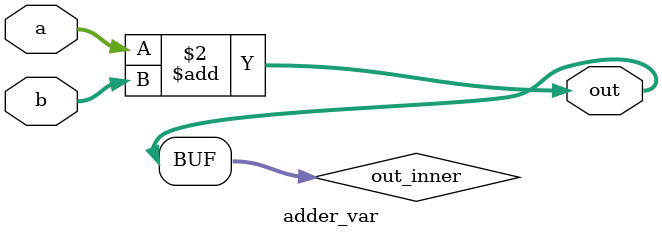
<source format=v>


module adder_tree#(parameter NUM = 300, LEN = 16, LEVEL = $clog2(NUM) ) (
    input  clk,
    input  [NUM*LEN-1:0] in,
    output [LEN-1:0] sum
    );
    
    // 将输入长向量还原为矩阵形式。高位是右侧的C&S
    wire  [LEN-1:0] in_inner[NUM-1:0]; 
    reg   [LEN-1:0] sum_inner;
    
    genvar i;
    for ( i = 0; i < NUM ; i = i + 1)
    begin
        assign in_inner[i]=in[(i+1)*LEN-1:i*LEN];
    end
    
    
    // 计算各个级别的比较器数目，将各个级别的首地址记录在一个单独的变量之中
    // START_LEVELx             记录了LEVELx输入线的起始index。 
    // NUM_INPUT_LEVELx         记录LEVELx的输入线数目。
    // IS_ODD_NUM_INPUT_LEVELx  记录了LEVELx的输入线总数是否为奇数？
    // DIV2_NUM_LEVELx          为LEVELx输入线数目直接右移1位。（中间变量）
    // NUM_ADDER_LEVELx         记录了LEVELx的ADDER个数,同时也是LEVEL(x+1)的输入线数目。
         
    localparam   START_LEVEL0             =  0;
    localparam   NUM_INPUT_LEVEL0         =  NUM;
    localparam   IS_ODD_NUM_INPUT_LEVEL0  =  NUM_INPUT_LEVEL0[0]==1?1:0;
    localparam   DIV2_NUM_INPUT_LEVEL0    =  NUM_INPUT_LEVEL0>>1;
    localparam   NUM_ADDER_LEVEL0         =  (NUM_INPUT_LEVEL0==1)?0:DIV2_NUM_INPUT_LEVEL0 + IS_ODD_NUM_INPUT_LEVEL0;
    
    localparam   START_LEVEL1             =  START_LEVEL0 + NUM_INPUT_LEVEL0*LEN;
    localparam   NUM_INPUT_LEVEL1         =  NUM_ADDER_LEVEL0;
    localparam   IS_ODD_NUM_INPUT_LEVEL1  =  NUM_INPUT_LEVEL1[0]==1?1:0;
    localparam   DIV2_NUM_INPUT_LEVEL1    =  NUM_INPUT_LEVEL1>>1;
    localparam   NUM_ADDER_LEVEL1         =  (NUM_INPUT_LEVEL1==1)?0:DIV2_NUM_INPUT_LEVEL1 + IS_ODD_NUM_INPUT_LEVEL1;
    
    localparam   START_LEVEL2             =  START_LEVEL1 + NUM_INPUT_LEVEL1*(LEN+1);
    localparam   NUM_INPUT_LEVEL2         =  NUM_ADDER_LEVEL1;
    localparam   IS_ODD_NUM_INPUT_LEVEL2  =  NUM_INPUT_LEVEL2[0]==1?1:0;
    localparam   DIV2_NUM_INPUT_LEVEL2    =  NUM_INPUT_LEVEL2>>1;
    localparam   NUM_ADDER_LEVEL2         =  (NUM_INPUT_LEVEL2==1)?0:DIV2_NUM_INPUT_LEVEL2 + IS_ODD_NUM_INPUT_LEVEL2;
    
    localparam   START_LEVEL3             =  START_LEVEL2 + NUM_INPUT_LEVEL2;
    localparam   NUM_INPUT_LEVEL3         =  NUM_ADDER_LEVEL2;
    localparam   IS_ODD_NUM_INPUT_LEVEL3  =  NUM_INPUT_LEVEL3[0]==1?1:0;
    localparam   DIV2_NUM_INPUT_LEVEL3    =  NUM_INPUT_LEVEL3>>1;
    localparam   NUM_ADDER_LEVEL3         =  (NUM_INPUT_LEVEL3==1)?0:DIV2_NUM_INPUT_LEVEL3 + IS_ODD_NUM_INPUT_LEVEL3;
    
    localparam   START_LEVEL4             =  START_LEVEL3 + NUM_INPUT_LEVEL3;
    localparam   NUM_INPUT_LEVEL4         =  NUM_ADDER_LEVEL3;
    localparam   IS_ODD_NUM_INPUT_LEVEL4  =  NUM_INPUT_LEVEL4[0]==1?1:0;
    localparam   DIV2_NUM_INPUT_LEVEL4    =  NUM_INPUT_LEVEL4>>1;
    localparam   NUM_ADDER_LEVEL4         =  (NUM_INPUT_LEVEL4==1)?0:DIV2_NUM_INPUT_LEVEL4 + IS_ODD_NUM_INPUT_LEVEL4;
    
    localparam   START_LEVEL5             =  START_LEVEL4 + NUM_INPUT_LEVEL4;
    localparam   NUM_INPUT_LEVEL5         =  NUM_ADDER_LEVEL4;
    localparam   IS_ODD_NUM_INPUT_LEVEL5  =  NUM_INPUT_LEVEL5[0]==1?1:0;
    localparam   DIV2_NUM_INPUT_LEVEL5    =  NUM_INPUT_LEVEL5>>1;
    localparam   NUM_ADDER_LEVEL5         =  (NUM_INPUT_LEVEL5==1)?0:DIV2_NUM_INPUT_LEVEL5 + IS_ODD_NUM_INPUT_LEVEL5;
    
    localparam   START_LEVEL6             =  START_LEVEL5 + NUM_INPUT_LEVEL5;
    localparam   NUM_INPUT_LEVEL6         =  NUM_ADDER_LEVEL5;
    localparam   IS_ODD_NUM_INPUT_LEVEL6  =  NUM_INPUT_LEVEL6[0]==1?1:0;
    localparam   DIV2_NUM_INPUT_LEVEL6    =  NUM_INPUT_LEVEL6>>1;
    localparam   NUM_ADDER_LEVEL6         =  (NUM_INPUT_LEVEL6==1)?0:DIV2_NUM_INPUT_LEVEL6 + IS_ODD_NUM_INPUT_LEVEL6;
    
    localparam   START_LEVEL7             =  START_LEVEL6 + NUM_INPUT_LEVEL6;
    localparam   NUM_INPUT_LEVEL7         =  NUM_ADDER_LEVEL6;
    localparam   IS_ODD_NUM_INPUT_LEVEL7  =  NUM_INPUT_LEVEL7[0]==1?1:0;
    localparam   DIV2_NUM_INPUT_LEVEL7    =  NUM_INPUT_LEVEL7>>1;
    localparam   NUM_ADDER_LEVEL7         =  (NUM_INPUT_LEVEL7==1)?0:DIV2_NUM_INPUT_LEVEL7 + IS_ODD_NUM_INPUT_LEVEL7;
    
    localparam   START_LEVEL8             =  START_LEVEL7 + NUM_INPUT_LEVEL7;
    localparam   NUM_INPUT_LEVEL8         =  NUM_ADDER_LEVEL7;
    localparam   IS_ODD_NUM_INPUT_LEVEL8  =  NUM_INPUT_LEVEL8[0]==1?1:0;
    localparam   DIV2_NUM_INPUT_LEVEL8    =  NUM_INPUT_LEVEL8>>1;
    localparam   NUM_ADDER_LEVEL8         =  (NUM_INPUT_LEVEL8==1)?0:DIV2_NUM_INPUT_LEVEL8 + IS_ODD_NUM_INPUT_LEVEL8;
    
    localparam   START_LEVEL9             =  START_LEVEL8 + NUM_INPUT_LEVEL8;
    localparam   NUM_INPUT_LEVEL9         =  NUM_ADDER_LEVEL8;
    localparam   IS_ODD_NUM_INPUT_LEVEL9  =  NUM_INPUT_LEVEL9[0]==1?1:0;
    localparam   DIV2_NUM_INPUT_LEVEL9    =  NUM_INPUT_LEVEL9>>1;
    localparam   NUM_ADDER_LEVEL9         =  (NUM_INPUT_LEVEL9==1)?0:DIV2_NUM_INPUT_LEVEL9 + IS_ODD_NUM_INPUT_LEVEL9;
    
    localparam   START_LEVEL10            =  START_LEVEL9 + NUM_INPUT_LEVEL9;
        
    wire [LEN-1:0] wire_inner[START_LEVEL10-1:0]; //多加的1是最终的输出。
    
    for (i = 0; i < NUM_INPUT_LEVEL0; i = i + 1) 
    begin
       assign wire_inner[i] = in_inner[i];
    end
    
    genvar index_num;
    generate
        
    for (index_num = 0; index_num < NUM_ADDER_LEVEL0-IS_ODD_NUM_INPUT_LEVEL0; index_num = index_num + 1)
    begin
        adder#(.LEN(LEN)) level0(.a(wire_inner[START_LEVEL0 + 2*index_num]),.b(wire_inner[START_LEVEL0+2*index_num+1]),.out(wire_inner[START_LEVEL1+index_num]));
    end
    if(IS_ODD_NUM_INPUT_LEVEL0 && (NUM_ADDER_LEVEL0>0))
        adder#(.LEN(LEN)) level0_last(.a(wire_inner[START_LEVEL0+2*(NUM_ADDER_LEVEL0-1)]),.b(0),.out(wire_inner[START_LEVEL1+NUM_ADDER_LEVEL0 - 1]));
    
    for (index_num = 0; index_num < NUM_ADDER_LEVEL1-IS_ODD_NUM_INPUT_LEVEL1; index_num = index_num + 1)
    begin
        adder#(.LEN(LEN)) level1(.a(wire_inner[START_LEVEL1+2*index_num]),.b(wire_inner[START_LEVEL1+2*index_num+1]),.out(wire_inner[START_LEVEL2+index_num]));
    end
    if(IS_ODD_NUM_INPUT_LEVEL1 && (NUM_ADDER_LEVEL1>0))
        adder#(.LEN(LEN)) level1_last(.a(wire_inner[START_LEVEL1+2*(NUM_ADDER_LEVEL1-1)]),.b(0),.out(wire_inner[START_LEVEL2+NUM_ADDER_LEVEL1 - 1]));
    
    for (index_num = 0; index_num < NUM_ADDER_LEVEL2-IS_ODD_NUM_INPUT_LEVEL2; index_num = index_num + 1)
    begin
        adder#(.LEN(LEN)) level2(.a(wire_inner[START_LEVEL2+2*index_num]),.b(wire_inner[START_LEVEL2+2*index_num+1]),.out(wire_inner[START_LEVEL3+index_num]));
    end
    if(IS_ODD_NUM_INPUT_LEVEL2 && (NUM_ADDER_LEVEL2>0))
        adder#(.LEN(LEN)) level2_last(.a(wire_inner[START_LEVEL2+2*(NUM_ADDER_LEVEL2-1)]),.b(0),.out(wire_inner[START_LEVEL3+NUM_ADDER_LEVEL2 - 1]));
    
    for (index_num = 0; index_num < NUM_ADDER_LEVEL3-IS_ODD_NUM_INPUT_LEVEL3; index_num = index_num + 1)
    begin
        adder#(.LEN(LEN)) level3(.a(wire_inner[START_LEVEL3+2*index_num]),.b(wire_inner[START_LEVEL3+2*index_num+1]),.out(wire_inner[START_LEVEL4+index_num]));
    end
    if(IS_ODD_NUM_INPUT_LEVEL3 && (NUM_ADDER_LEVEL3>0))
        adder#(.LEN(LEN)) level3_last(.a(wire_inner[START_LEVEL3+2*(NUM_ADDER_LEVEL3-1)]),.b(0),.out(wire_inner[START_LEVEL4+NUM_ADDER_LEVEL3 - 1]));
    
    for (index_num = 0; index_num < NUM_ADDER_LEVEL4-IS_ODD_NUM_INPUT_LEVEL4; index_num = index_num + 1)
    begin
        adder#(.LEN(LEN)) level4(.a(wire_inner[START_LEVEL4+2*index_num]),.b(wire_inner[START_LEVEL4+2*index_num+1]),.out(wire_inner[START_LEVEL5+index_num]));
    end
    if(IS_ODD_NUM_INPUT_LEVEL4 && (NUM_ADDER_LEVEL4>0))
        adder#(.LEN(LEN)) level4_last(.a(wire_inner[START_LEVEL4+2*(NUM_ADDER_LEVEL4-1)]),.b(0),.out(wire_inner[START_LEVEL5+NUM_ADDER_LEVEL4 - 1]));
    
    for (index_num = 0; index_num < NUM_ADDER_LEVEL5-IS_ODD_NUM_INPUT_LEVEL5; index_num = index_num + 1)
    begin
        adder#(.LEN(LEN)) level5(.a(wire_inner[START_LEVEL5+2*index_num]),.b(wire_inner[START_LEVEL5+2*index_num+1]),.out(wire_inner[START_LEVEL6+index_num]));
    end
    if(IS_ODD_NUM_INPUT_LEVEL5 && (NUM_ADDER_LEVEL5>0))
        adder#(.LEN(LEN)) level5_last(.a(wire_inner[START_LEVEL5+2*(NUM_ADDER_LEVEL5-1)]),.b(0),.out(wire_inner[START_LEVEL6+NUM_ADDER_LEVEL5 - 1]));
    
    for (index_num = 0; index_num < NUM_ADDER_LEVEL6-IS_ODD_NUM_INPUT_LEVEL6; index_num = index_num + 1)
    begin
        adder#(.LEN(LEN)) level6(.a(wire_inner[START_LEVEL6+2*index_num]),.b(wire_inner[START_LEVEL6+2*index_num+1]),.out(wire_inner[START_LEVEL7+index_num]));
    end
    if(IS_ODD_NUM_INPUT_LEVEL6 && (NUM_ADDER_LEVEL6>0))
        adder#(.LEN(LEN)) level6_last(.a(wire_inner[START_LEVEL6+2*(NUM_ADDER_LEVEL6-1)]),.b(0),.out(wire_inner[START_LEVEL7+NUM_ADDER_LEVEL6 - 1]));
    
    for (index_num = 0; index_num < NUM_ADDER_LEVEL7-IS_ODD_NUM_INPUT_LEVEL7; index_num = index_num + 1)
    begin
        adder#(.LEN(LEN)) level7(.a(wire_inner[START_LEVEL7+2*index_num]),.b(wire_inner[START_LEVEL7+2*index_num+1]),.out(wire_inner[START_LEVEL8+index_num]));
    end
    if(IS_ODD_NUM_INPUT_LEVEL7 && (NUM_ADDER_LEVEL7>0))
        adder#(.LEN(LEN)) level7_last(.a(wire_inner[START_LEVEL7+2*(NUM_ADDER_LEVEL7-1)]),.b(0),.out(wire_inner[START_LEVEL8+NUM_ADDER_LEVEL7 - 1]));
    
    for (index_num = 0; index_num < NUM_ADDER_LEVEL8-IS_ODD_NUM_INPUT_LEVEL8; index_num = index_num + 1)
    begin
        adder#(.LEN(LEN)) level8(.a(wire_inner[START_LEVEL8+2*index_num]),.b(wire_inner[START_LEVEL8+2*index_num+1]),.out(wire_inner[START_LEVEL9+index_num]));
    end
    if(IS_ODD_NUM_INPUT_LEVEL8 && (NUM_ADDER_LEVEL8>0))
        adder#(.LEN(LEN)) level8_last(.a(wire_inner[START_LEVEL8+2*(NUM_ADDER_LEVEL8-1)]),.b(0),.out(wire_inner[START_LEVEL9+NUM_ADDER_LEVEL8 - 1]));
    
    for (index_num = 0; index_num < NUM_ADDER_LEVEL9-IS_ODD_NUM_INPUT_LEVEL9; index_num = index_num + 1)
    begin
        adder#(.LEN(LEN)) level9(.a(wire_inner[START_LEVEL9+2*index_num]),.b(wire_inner[START_LEVEL9+2*index_num+1]),.out(wire_inner[START_LEVEL10+index_num]));
    end
    if(IS_ODD_NUM_INPUT_LEVEL9 && (NUM_ADDER_LEVEL9>0))
        adder#(.LEN(LEN)) level9_last(.a(wire_inner[START_LEVEL9+2*(NUM_ADDER_LEVEL9-1)]),.b(0),.out(wire_inner[START_LEVEL10+NUM_ADDER_LEVEL9 - 1]));
    endgenerate
    
    always@*
    begin
        sum_inner = wire_inner[START_LEVEL10-1];
    end
    
    assign sum = sum_inner;
endmodule



////////////////////////////// adder tree
module adder_tree_var_bit#(parameter NUM = 300, LEN = 16, LEVEL = $clog2(NUM) ) (
    in,sum
    );
    
    // 将输入长向量还原为矩阵形式。高位是右侧的C&S
    input [NUM*LEN-1:0] in;
    wire  [LEN-1:0] in_inner[NUM-1:0]; 
    
    genvar i;
    for ( i = 0; i < NUM ; i = i + 1)
    begin
        assign in_inner[i]=in[(i+1)*LEN-1:i*LEN];
    end
    
    // 计算各个级别的比较器数目，将各个级别的首地址记录在一个单独的变量之中
    // START_LEVELx             记录了LEVELx输入线的起始bit index。 
    // NUM_INPUT_LEVELx         记录LEVELx的输入线数目。
    // IS_ODD_NUM_INPUT_LEVELx  记录了LEVELx的输入线总数是否为奇数？
    // DIV2_NUM_LEVELx          为LEVELx输入线数目直接右移1位。（中间变量）
    // NUM_ADDER_LEVELx         记录了LEVELx的ADDER个数,同时也是LEVEL(x+1)的输入线数目。
    
    localparam   START_LEVEL0             =  0;
    localparam   NUM_INPUT_LEVEL0         =  NUM;
    localparam   IS_ODD_NUM_INPUT_LEVEL0  =  NUM_INPUT_LEVEL0[0]==1?1:0;
    localparam   DIV2_NUM_INPUT_LEVEL0    =  NUM_INPUT_LEVEL0>>1;
    localparam   NUM_ADDER_LEVEL0         =  (NUM_INPUT_LEVEL0==1)?0:DIV2_NUM_INPUT_LEVEL0 + IS_ODD_NUM_INPUT_LEVEL0;
    
    localparam   START_LEVEL1             =  START_LEVEL0 + NUM_INPUT_LEVEL0*LEN;
    localparam   NUM_INPUT_LEVEL1         =  NUM_ADDER_LEVEL0;
    localparam   IS_ODD_NUM_INPUT_LEVEL1  =  NUM_INPUT_LEVEL1[0]==1?1:0;
    localparam   DIV2_NUM_INPUT_LEVEL1    =  NUM_INPUT_LEVEL1>>1;
    localparam   NUM_ADDER_LEVEL1         =  (NUM_INPUT_LEVEL1==1)?0:DIV2_NUM_INPUT_LEVEL1 + IS_ODD_NUM_INPUT_LEVEL1;
    
    localparam   START_LEVEL2             =  START_LEVEL1 + NUM_INPUT_LEVEL1*(LEN+1);
    localparam   NUM_INPUT_LEVEL2         =  NUM_ADDER_LEVEL1;
    localparam   IS_ODD_NUM_INPUT_LEVEL2  =  NUM_INPUT_LEVEL2[0]==1?1:0;
    localparam   DIV2_NUM_INPUT_LEVEL2    =  NUM_INPUT_LEVEL2>>1;
    localparam   NUM_ADDER_LEVEL2         =  (NUM_INPUT_LEVEL2==1)?0:DIV2_NUM_INPUT_LEVEL2 + IS_ODD_NUM_INPUT_LEVEL2;
    
    localparam   START_LEVEL3             =  START_LEVEL2 + NUM_INPUT_LEVEL2*(LEN+2);
    localparam   NUM_INPUT_LEVEL3         =  NUM_ADDER_LEVEL2;
    localparam   IS_ODD_NUM_INPUT_LEVEL3  =  NUM_INPUT_LEVEL3[0]==1?1:0;
    localparam   DIV2_NUM_INPUT_LEVEL3    =  NUM_INPUT_LEVEL3>>1;
    localparam   NUM_ADDER_LEVEL3         =  (NUM_INPUT_LEVEL3==1)?0:DIV2_NUM_INPUT_LEVEL3 + IS_ODD_NUM_INPUT_LEVEL3;
    
    localparam   START_LEVEL4             =  START_LEVEL3 + NUM_INPUT_LEVEL3*(LEN+3);
    localparam   NUM_INPUT_LEVEL4         =  NUM_ADDER_LEVEL3;
    localparam   IS_ODD_NUM_INPUT_LEVEL4  =  NUM_INPUT_LEVEL4[0]==1?1:0;
    localparam   DIV2_NUM_INPUT_LEVEL4    =  NUM_INPUT_LEVEL4>>1;
    localparam   NUM_ADDER_LEVEL4         =  (NUM_INPUT_LEVEL4==1)?0:DIV2_NUM_INPUT_LEVEL4 + IS_ODD_NUM_INPUT_LEVEL4;
    
    localparam   START_LEVEL5             =  START_LEVEL4 + NUM_INPUT_LEVEL4*(LEN+4);
    localparam   NUM_INPUT_LEVEL5         =  NUM_ADDER_LEVEL4;
    localparam   IS_ODD_NUM_INPUT_LEVEL5  =  NUM_INPUT_LEVEL5[0]==1?1:0;
    localparam   DIV2_NUM_INPUT_LEVEL5    =  NUM_INPUT_LEVEL5>>1;
    localparam   NUM_ADDER_LEVEL5         =  (NUM_INPUT_LEVEL5==1)?0:DIV2_NUM_INPUT_LEVEL5 + IS_ODD_NUM_INPUT_LEVEL5;
    
    localparam   START_LEVEL6             =  START_LEVEL5 + NUM_INPUT_LEVEL5*(LEN+5);
    localparam   NUM_INPUT_LEVEL6         =  NUM_ADDER_LEVEL5;
    localparam   IS_ODD_NUM_INPUT_LEVEL6  =  NUM_INPUT_LEVEL6[0]==1?1:0;
    localparam   DIV2_NUM_INPUT_LEVEL6    =  NUM_INPUT_LEVEL6>>1;
    localparam   NUM_ADDER_LEVEL6         =  (NUM_INPUT_LEVEL6==1)?0:DIV2_NUM_INPUT_LEVEL6 + IS_ODD_NUM_INPUT_LEVEL6;
    
    localparam   START_LEVEL7             =  START_LEVEL6 + NUM_INPUT_LEVEL6*(LEN+6);
    localparam   NUM_INPUT_LEVEL7         =  NUM_ADDER_LEVEL6;
    localparam   IS_ODD_NUM_INPUT_LEVEL7  =  NUM_INPUT_LEVEL7[0]==1?1:0;
    localparam   DIV2_NUM_INPUT_LEVEL7    =  NUM_INPUT_LEVEL7>>1;
    localparam   NUM_ADDER_LEVEL7         =  (NUM_INPUT_LEVEL7==1)?0:DIV2_NUM_INPUT_LEVEL7 + IS_ODD_NUM_INPUT_LEVEL7;
    
    localparam   START_LEVEL8             =  START_LEVEL7 + NUM_INPUT_LEVEL7*(LEN+7);
    localparam   NUM_INPUT_LEVEL8         =  NUM_ADDER_LEVEL7;
    localparam   IS_ODD_NUM_INPUT_LEVEL8  =  NUM_INPUT_LEVEL8[0]==1?1:0;
    localparam   DIV2_NUM_INPUT_LEVEL8    =  NUM_INPUT_LEVEL8>>1;
    localparam   NUM_ADDER_LEVEL8         =  (NUM_INPUT_LEVEL8==1)?0:DIV2_NUM_INPUT_LEVEL8 + IS_ODD_NUM_INPUT_LEVEL8;
    
    localparam   START_LEVEL9             =  START_LEVEL8 + NUM_INPUT_LEVEL8*(LEN+8);
    localparam   NUM_INPUT_LEVEL9         =  NUM_ADDER_LEVEL8;
    localparam   IS_ODD_NUM_INPUT_LEVEL9  =  NUM_INPUT_LEVEL9[0]==1?1:0;
    localparam   DIV2_NUM_INPUT_LEVEL9    =  NUM_INPUT_LEVEL9>>1;
    localparam   NUM_ADDER_LEVEL9         =  (NUM_INPUT_LEVEL9==1)?0:DIV2_NUM_INPUT_LEVEL9 + IS_ODD_NUM_INPUT_LEVEL9;
    
    localparam   LEN_LAST_LEVEL           =  LEN+LEVEL;      
    
    localparam   START_LEVEL10            =  START_LEVEL9  + NUM_INPUT_LEVEL9*(LEN+9);
    localparam   TOTAL_BIT                =  START_LEVEL10 + LEN_LAST_LEVEL;
    
    output [LEN_LAST_LEVEL-1:0] sum;
    reg    [LEN_LAST_LEVEL-1:0] sum_inner;
    wire   [START_LEVEL10-1:0 ] wire_inner; //多加的1是最终的输出。
    
    for (i = 0; i < NUM_INPUT_LEVEL0; i = i + 1) 
    begin
       assign wire_inner[(i+1)*LEN-1:i*LEN] = in_inner[i];
    end
    
    genvar index_num;
    generate
        
    for (index_num = 0; index_num < NUM_ADDER_LEVEL0-IS_ODD_NUM_INPUT_LEVEL0; index_num = index_num + 1)
    begin
        adder_var#(.LEN(LEN)) level0(.a(wire_inner[START_LEVEL0+(2*index_num+1)*LEN-1:START_LEVEL0+(2*index_num)*LEN]),.b(wire_inner[START_LEVEL0+(2*index_num+2)*LEN-1:START_LEVEL0+(2*index_num+1)*LEN]),.out(wire_inner[START_LEVEL1+(index_num+1)*(LEN+1)-1:START_LEVEL1+index_num*(LEN+1)]));
    end
    if(IS_ODD_NUM_INPUT_LEVEL0 && (NUM_ADDER_LEVEL0>0))
        adder_var#(.LEN(LEN)) level0_last(.a(wire_inner[START_LEVEL0+(2*(NUM_ADDER_LEVEL0-1)+1)*LEN-1:START_LEVEL0+(2*(NUM_ADDER_LEVEL0-1))*LEN]),.b({LEN{1'b0}}),.out(wire_inner[START_LEVEL1+((NUM_ADDER_LEVEL0 - 1)+1)*(LEN+1)-1:START_LEVEL1+((NUM_ADDER_LEVEL0-1))*(LEN+1)]));
    
    for (index_num = 0; index_num < NUM_ADDER_LEVEL1-IS_ODD_NUM_INPUT_LEVEL1; index_num = index_num + 1)
    begin
        adder_var#(.LEN(LEN+1)) level1(.a(wire_inner[START_LEVEL1+(2*index_num+1)*(LEN+1)-1:START_LEVEL1+(2*index_num)*(LEN+1)]),.b(wire_inner[START_LEVEL1+(2*index_num+2)*(LEN+1)-1:START_LEVEL1+(2*index_num+1)*(LEN+1)]),.out(wire_inner[START_LEVEL2+(index_num+1)*(LEN+2)-1:START_LEVEL2+index_num*(LEN+2)]));
    end
    if(IS_ODD_NUM_INPUT_LEVEL1 && (NUM_ADDER_LEVEL1>0))
        adder_var#(.LEN(LEN+1)) level1_last(.a(wire_inner[START_LEVEL1+(2*(NUM_ADDER_LEVEL1-1)+1)*(LEN+1)-1:START_LEVEL1+(2*(NUM_ADDER_LEVEL1-1))*(LEN+1)]),.b(0),.out(wire_inner[START_LEVEL2+((NUM_ADDER_LEVEL1 - 1)+1)*(LEN+2)-1:START_LEVEL2+((NUM_ADDER_LEVEL1-1))*(LEN+2)]));
    
    for (index_num = 0; index_num < NUM_ADDER_LEVEL2-IS_ODD_NUM_INPUT_LEVEL2; index_num = index_num + 1)
    begin
        adder_var#(.LEN(LEN+2)) level2(.a(wire_inner[START_LEVEL2+(2*index_num+1)*(LEN+2)-1:START_LEVEL2+(2*index_num)*(LEN+2)]),.b(wire_inner[START_LEVEL2+(2*index_num+2)*(LEN+2)-1:START_LEVEL2+(2*index_num+1)*(LEN+2)]),.out(wire_inner[START_LEVEL3+(index_num+1)*(LEN+3)-1:START_LEVEL3+index_num*(LEN+3)]));
    end
    if(IS_ODD_NUM_INPUT_LEVEL2 && (NUM_ADDER_LEVEL2>0))
        adder_var#(.LEN(LEN+2)) level2_last(.a(wire_inner[START_LEVEL2+(2*(NUM_ADDER_LEVEL2-1)+1)*(LEN+2)-1:START_LEVEL2+(2*(NUM_ADDER_LEVEL2-1))*(LEN+2)]),.b(0),.out(wire_inner[START_LEVEL3+((NUM_ADDER_LEVEL2 - 1)+1)*(LEN+3)-1:START_LEVEL3+((NUM_ADDER_LEVEL2-1))*(LEN+3)]));
    
    for (index_num = 0; index_num < NUM_ADDER_LEVEL3-IS_ODD_NUM_INPUT_LEVEL3; index_num = index_num + 1)
    begin
        adder_var#(.LEN(LEN+3)) level3(.a(wire_inner[START_LEVEL3+(2*index_num+1)*(LEN+3)-1:START_LEVEL3+(2*index_num)*(LEN+3)]),.b(wire_inner[START_LEVEL3+(2*index_num+2)*(LEN+3)-1:START_LEVEL3+(2*index_num+1)*(LEN+3)]),.out(wire_inner[START_LEVEL4+(index_num+1)*(LEN+4)-1:START_LEVEL4+index_num*(LEN+4)]));
    end
    if(IS_ODD_NUM_INPUT_LEVEL3 && (NUM_ADDER_LEVEL3>0))
        adder_var#(.LEN(LEN+3)) level3_last(.a(wire_inner[START_LEVEL3+(2*(NUM_ADDER_LEVEL3-1)+1)*(LEN+3)-1:START_LEVEL3+(2*(NUM_ADDER_LEVEL3-1))*(LEN+3)]),.b(0),.out(wire_inner[START_LEVEL4+((NUM_ADDER_LEVEL3 - 1)+1)*(LEN+4)-1:START_LEVEL4+((NUM_ADDER_LEVEL3-1))*(LEN+4)]));
    
    for (index_num = 0; index_num < NUM_ADDER_LEVEL4-IS_ODD_NUM_INPUT_LEVEL4; index_num = index_num + 1)
    begin
        adder_var#(.LEN(LEN+4)) level4(.a(wire_inner[START_LEVEL4+(2*index_num+1)*(LEN+4)-1:START_LEVEL4+(2*index_num)*(LEN+4)]),.b(wire_inner[START_LEVEL4+(2*index_num+2)*(LEN+4)-1:START_LEVEL4+(2*index_num+1)*(LEN+4)]),.out(wire_inner[START_LEVEL5+(index_num+1)*(LEN+5)-1:START_LEVEL5+index_num*(LEN+5)]));
    end
    if(IS_ODD_NUM_INPUT_LEVEL4 && (NUM_ADDER_LEVEL4>0))
        adder_var#(.LEN(LEN+4)) level4_last(.a(wire_inner[START_LEVEL4+(2*(NUM_ADDER_LEVEL4-1)+1)*(LEN+4)-1:START_LEVEL4+(2*(NUM_ADDER_LEVEL4-1))*(LEN+4)]),.b(0),.out(wire_inner[START_LEVEL5+((NUM_ADDER_LEVEL4 - 1)+1)*(LEN+5)-1:START_LEVEL5+((NUM_ADDER_LEVEL4-1))*(LEN+5)]));
    
    for (index_num = 0; index_num < NUM_ADDER_LEVEL5-IS_ODD_NUM_INPUT_LEVEL5; index_num = index_num + 1)
    begin
        adder_var#(.LEN(LEN+5)) level5(.a(wire_inner[START_LEVEL5+(2*index_num+1)*(LEN+5)-1:START_LEVEL5+(2*index_num)*(LEN+5)]),.b(wire_inner[START_LEVEL5+(2*index_num+2)*(LEN+5)-1:START_LEVEL5+(2*index_num+1)*(LEN+5)]),.out(wire_inner[START_LEVEL6+(index_num+1)*(LEN+6)-1:START_LEVEL6+index_num*(LEN+6)]));
    end
    if(IS_ODD_NUM_INPUT_LEVEL5 && (NUM_ADDER_LEVEL5>0))
        adder_var#(.LEN(LEN+5)) level5_last(.a(wire_inner[START_LEVEL5+(2*(NUM_ADDER_LEVEL5-1)+1)*(LEN+5)-1:START_LEVEL5+(2*(NUM_ADDER_LEVEL5-1))*(LEN+5)]),.b(0),.out(wire_inner[START_LEVEL6+((NUM_ADDER_LEVEL5 - 1)+1)*(LEN+6)-1:START_LEVEL6+((NUM_ADDER_LEVEL5-1))*(LEN+6)]));
    
    for (index_num = 0; index_num < NUM_ADDER_LEVEL6-IS_ODD_NUM_INPUT_LEVEL6; index_num = index_num + 1)
    begin
        adder_var#(.LEN(LEN+6)) level6(.a(wire_inner[START_LEVEL6+(2*index_num+1)*(LEN+6)-1:START_LEVEL6+(2*index_num)*(LEN+6)]),.b(wire_inner[START_LEVEL6+(2*index_num+2)*(LEN+6)-1:START_LEVEL6+(2*index_num+1)*(LEN+6)]),.out(wire_inner[START_LEVEL7+(index_num+1)*(LEN+7)-1:START_LEVEL7+index_num*(LEN+7)]));
    end
    if(IS_ODD_NUM_INPUT_LEVEL6 && (NUM_ADDER_LEVEL6>0))
        adder_var#(.LEN(LEN+6)) level6_last(.a(wire_inner[START_LEVEL6+(2*(NUM_ADDER_LEVEL6-1)+1)*(LEN+6)-1:START_LEVEL6+(2*(NUM_ADDER_LEVEL6-1))*(LEN+6)]),.b(0),.out(wire_inner[START_LEVEL7+((NUM_ADDER_LEVEL6 - 1)+1)*(LEN+7)-1:START_LEVEL7+((NUM_ADDER_LEVEL6-1))*(LEN+7)]));
    
    for (index_num = 0; index_num < NUM_ADDER_LEVEL7-IS_ODD_NUM_INPUT_LEVEL7; index_num = index_num + 1)
    begin
        adder_var#(.LEN(LEN+7)) level7(.a(wire_inner[START_LEVEL7+(2*index_num+1)*(LEN+7)-1:START_LEVEL7+(2*index_num)*(LEN+7)]),.b(wire_inner[START_LEVEL7+(2*index_num+2)*(LEN+7)-1:START_LEVEL7+(2*index_num+1)*(LEN+7)]),.out(wire_inner[START_LEVEL8+(index_num+1)*(LEN+8)-1:START_LEVEL8+index_num*(LEN+8)]));
    end
    if(IS_ODD_NUM_INPUT_LEVEL7 && (NUM_ADDER_LEVEL7>0))
        adder_var#(.LEN(LEN+7)) level7_last(.a(wire_inner[START_LEVEL7+(2*(NUM_ADDER_LEVEL7-1)+1)*(LEN+7)-1:START_LEVEL7+(2*(NUM_ADDER_LEVEL7-1))*(LEN+7)]),.b(0),.out(wire_inner[START_LEVEL8+((NUM_ADDER_LEVEL7 - 1)+1)*(LEN+8)-1:START_LEVEL8+((NUM_ADDER_LEVEL7-1))*(LEN+8)]));
    
    for (index_num = 0; index_num < NUM_ADDER_LEVEL8-IS_ODD_NUM_INPUT_LEVEL8; index_num = index_num + 1)
    begin
        adder_var#(.LEN(LEN+8)) level8(.a(wire_inner[START_LEVEL8+(2*index_num+1)*(LEN+8)-1:START_LEVEL8+(2*index_num)*(LEN+8)]),.b(wire_inner[START_LEVEL8+(2*index_num+2)*(LEN+8)-1:START_LEVEL8+(2*index_num+1)*(LEN+8)]),.out(wire_inner[START_LEVEL9+(index_num+1)*(LEN+9)-1:START_LEVEL9+index_num*(LEN+9)]));
    end
    if(IS_ODD_NUM_INPUT_LEVEL8 && (NUM_ADDER_LEVEL8>0))
        adder_var#(.LEN(LEN+8)) level8_last(.a(wire_inner[START_LEVEL8+(2*(NUM_ADDER_LEVEL8-1)+1)*(LEN+8)-1:START_LEVEL8+(2*(NUM_ADDER_LEVEL8-1))*(LEN+8)]),.b(0),.out(wire_inner[START_LEVEL9+((NUM_ADDER_LEVEL8 - 1)+1)*(LEN+9)-1:START_LEVEL9+((NUM_ADDER_LEVEL8-1))*(LEN+9)]));
    
    for (index_num = 0; index_num < NUM_ADDER_LEVEL9-IS_ODD_NUM_INPUT_LEVEL9; index_num = index_num + 1)
    begin
        adder_var#(.LEN(LEN+9)) level9(.a(wire_inner[START_LEVEL9+(2*index_num+1)*(LEN+9)-1:START_LEVEL9+(2*index_num)*(LEN+9)]),.b(wire_inner[START_LEVEL9+(2*index_num+2)*(LEN+9)-1:START_LEVEL9+(2*index_num+1)*(LEN+9)]),.out(wire_inner[START_LEVEL10+(index_num+1)*(LEN+10)-1:START_LEVEL10+index_num*(LEN+10)]));
    end
    if(IS_ODD_NUM_INPUT_LEVEL9 && (NUM_ADDER_LEVEL9>0))
        adder_var#(.LEN(LEN+9)) level9_last(.a(wire_inner[START_LEVEL9+(2*(NUM_ADDER_LEVEL9-1)+1)*(LEN+9)-1:START_LEVEL9+(2*(NUM_ADDER_LEVEL9-1))*(LEN+9)]),.b(0),.out(wire_inner[START_LEVEL10+((NUM_ADDER_LEVEL9 - 1)+1)*(LEN+10)-1:START_LEVEL10+((NUM_ADDER_LEVEL9-1))*(LEN+10)]));
    
    endgenerate
    
    always@*
    begin
        sum_inner = wire_inner[START_LEVEL10-1:START_LEVEL10-LEN_LAST_LEVEL];
    end
    
    assign sum = sum_inner;
    
endmodule


module adder#(parameter LEN = 16)(
    input  [LEN-1:0] a,
    input  [LEN-1:0] b,
    output [LEN-1:0]  out
    );
    reg  [LEN-1:0]  out_inner;
    always@*
    begin
        out_inner = a + b;
    end
    
    assign out = out_inner;
endmodule

module adder_var#(parameter LEN = 16)(
    input  [LEN-1:0] a,
    input  [LEN-1:0] b,
    output [LEN:0]  out
    );
    
    reg  [LEN:0]  out_inner;
    
    always@*
    begin
        out_inner = a + b;
    end
    
    assign out = out_inner;
    
endmodule

</source>
